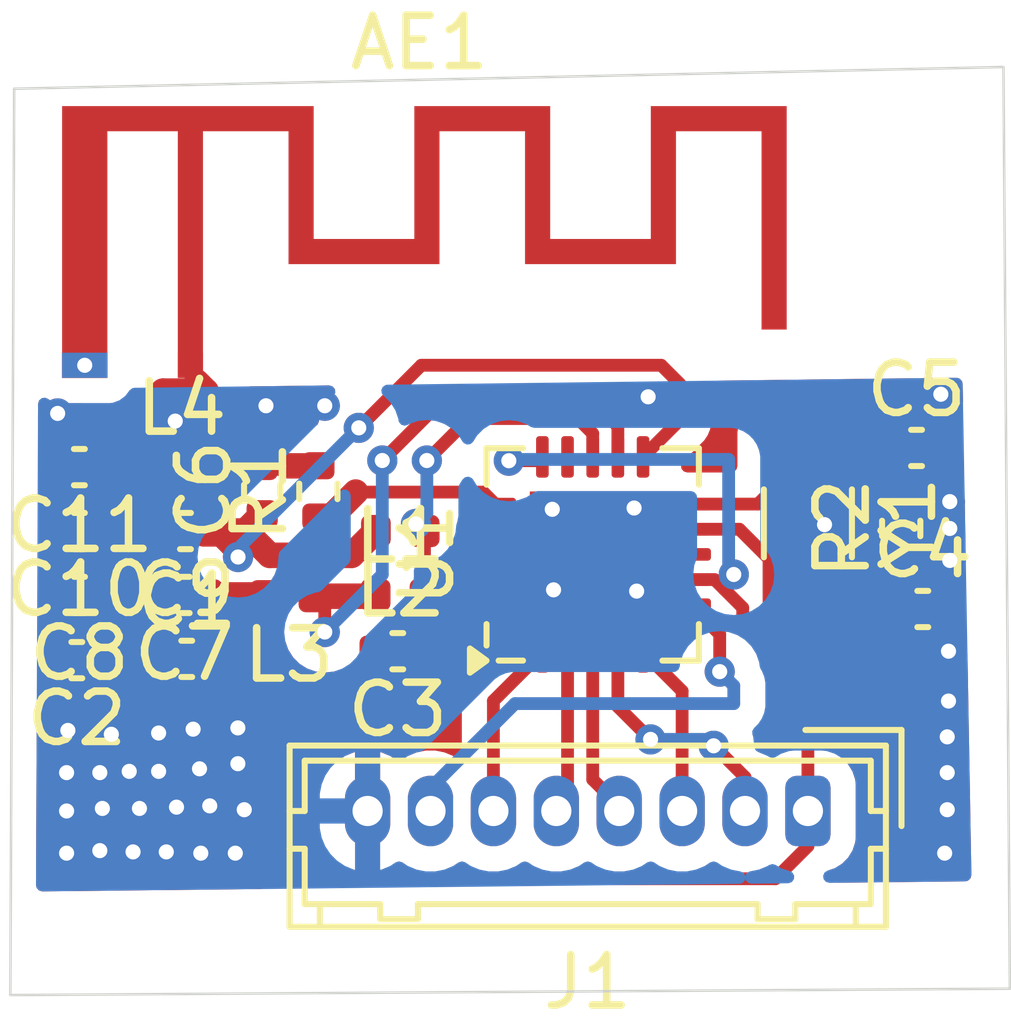
<source format=kicad_pcb>
(kicad_pcb (version 20240108) (generator "pcbnew") (generator_version "8.0")
  (layers (0 "F.Cu" signal) (31 "B.Cu" signal) (34 "B.Paste" user) (35 "F.Paste" user) (36 "B.SilkS" user "B.Silkscreen") (37 "F.SilkS" user "F.Silkscreen") (38 "B.Mask" user) (39 "F.Mask" user) (44 "Edge.Cuts" user))
  (net 0 "")
  (net 1 "Net-(AE1-A)")
  (net 2 "VDD")
  (net 3 "GND")
  (net 4 "Net-(U1-DVDD)")
  (net 5 "Net-(U1-XC2)")
  (net 6 "Net-(U1-XC1)")
  (net 7 "VDD_PA")
  (net 8 "Net-(C10-Pad1)")
  (net 9 "Net-(C7-Pad1)")
  (net 10 "Net-(J1-Pin_4)")
  (net 11 "Net-(J1-Pin_6)")
  (net 12 "Net-(J1-Pin_3)")
  (net 13 "Net-(J1-Pin_2)")
  (net 14 "Net-(J1-Pin_5)")
  (net 15 "Net-(J1-Pin_7)")
  (net 16 "Net-(U1-ANT2)")
  (net 17 "Net-(U1-ANT1)")
  (net 18 "Net-(U1-IREF)")
  (footprint "Connector_Hirose:Hirose_DF13-08P-1.25DSA_1x08_P1.25mm_Vertical" (layer "F.Cu") (at 226.568 77.9526 180)
    (property "Reference" "J1" (at 4.38 -3.4 180) (layer "F.SilkS"))
    (property "Value" "Conn_01x08_Pin")
    (fp_line (start 10.3 1.3) (end 10.3 -2.3) (stroke (width 0.12)) (layer "F.SilkS"))
    (fp_line (start 10.3 -0.75) (end 10 -0.75) (stroke (width 0.12)) (layer "F.SilkS"))
    (fp_line (start 10.3 -2.3) (end -1.55 -2.3) (stroke (width 0.12)) (layer "F.SilkS"))
    (fp_line (start 10 1) (end 10 0) (stroke (width 0.12)) (layer "F.SilkS"))
    (fp_line (start 10 0) (end 10.3 0) (stroke (width 0.12)) (layer "F.SilkS"))
    (fp_line (start 10 -0.75) (end 10 -1.85) (stroke (width 0.12)) (layer "F.SilkS"))
    (fp_line (start 10 -1.85) (end 9.7 -1.85) (stroke (width 0.12)) (layer "F.SilkS"))
    (fp_line (start 9.7 -1.85) (end 9.7 -2.3) (stroke (width 0.12)) (layer "F.SilkS"))
    (fp_line (start 8.5 -1.85) (end 9.7 -1.85) (stroke (width 0.12)) (layer "F.SilkS"))
    (fp_line (start 8.5 -2.15) (end 8.5 -1.85) (stroke (width 0.12)) (layer "F.SilkS"))
    (fp_line (start 7.75 -1.85) (end 7.75 -2.15) (stroke (width 0.12)) (layer "F.SilkS"))
    (fp_line (start 7.75 -2.15) (end 8.5 -2.15) (stroke (width 0.12)) (layer "F.SilkS"))
    (fp_line (start 1 -1.85) (end 7.75 -1.85) (stroke (width 0.12)) (layer "F.SilkS"))
    (fp_line (start 1 -2.15) (end 1 -1.85) (stroke (width 0.12)) (layer "F.SilkS"))
    (fp_line (start 0.25 -1.85) (end 0.25 -2.15) (stroke (width 0.12)) (layer "F.SilkS"))
    (fp_line (start 0.25 -2.15) (end 1 -2.15) (stroke (width 0.12)) (layer "F.SilkS"))
    (fp_line (start -0.95 -1.85) (end 0.25 -1.85) (stroke (width 0.12)) (layer "F.SilkS"))
    (fp_line (start -0.95 -1.85) (end -0.95 -2.3) (stroke (width 0.12)) (layer "F.SilkS"))
    (fp_line (start -1.25 1) (end 10 1) (stroke (width 0.12)) (layer "F.SilkS"))
    (fp_line (start -1.25 0) (end -1.25 1) (stroke (width 0.12)) (layer "F.SilkS"))
    (fp_line (start -1.25 -0.75) (end -1.25 -1.85) (stroke (width 0.12)) (layer "F.SilkS"))
    (fp_line (start -1.25 -1.85) (end -0.95 -1.85) (stroke (width 0.12)) (layer "F.SilkS"))
    (fp_line (start -1.55 1.3) (end 10.3 1.3) (stroke (width 0.12)) (layer "F.SilkS"))
    (fp_line (start -1.55 0) (end -1.25 0) (stroke (width 0.12)) (layer "F.SilkS"))
    (fp_line (start -1.55 -0.75) (end -1.25 -0.75) (stroke (width 0.12)) (layer "F.SilkS"))
    (fp_line (start -1.55 -2.3) (end -1.55 1.3) (stroke (width 0.12)) (layer "F.SilkS"))
    (fp_line (start -1.86 1.61) (end 0.05 1.61) (stroke (width 0.12)) (layer "F.SilkS"))
    (fp_line (start -1.86 -0.3) (end -1.86 1.61) (stroke (width 0.12)) (layer "F.SilkS"))
    (pad "1" thru_hole roundrect (at 0 0 180) (size 0.9 1.4) (drill 0.6) (layers "*.Cu" "*.Mask") (net 2 "VDD"))
    (pad "2" thru_hole oval (at 1.25 0 180) (size 0.9 1.4) (drill 0.6) (layers "*.Cu" "*.Mask") (net 13 "Net-(J1-Pin_2)"))
    (pad "3" thru_hole oval (at 2.5 0 180) (size 0.9 1.4) (drill 0.6) (layers "*.Cu" "*.Mask") (net 12 "Net-(J1-Pin_3)"))
    (pad "4" thru_hole oval (at 3.75 0 180) (size 0.9 1.4) (drill 0.6) (layers "*.Cu" "*.Mask") (net 10 "Net-(J1-Pin_4)"))
    (pad "5" thru_hole oval (at 5 0 180) (size 0.9 1.4) (drill 0.6) (layers "*.Cu" "*.Mask") (net 14 "Net-(J1-Pin_5)"))
    (pad "6" thru_hole oval (at 6.25 0 180) (size 0.9 1.4) (drill 0.6) (layers "*.Cu" "*.Mask") (net 11 "Net-(J1-Pin_6)"))
    (pad "7" thru_hole oval (at 7.5 0 180) (size 0.9 1.4) (drill 0.6) (layers "*.Cu" "*.Mask") (net 15 "Net-(J1-Pin_7)"))
    (pad "8" thru_hole oval (at 8.75 0 180) (size 0.9 1.4) (drill 0.6) (layers "*.Cu" "*.Mask") (net 3 "GND"))
  )
  (footprint "Capacitor_SMD:C_0402_1005Metric" (layer "F.Cu") (at 212.09 71.12 180)
    (property "Reference" "C11" (at 0 -1.16 180) (layer "F.SilkS"))
    (property "Value" "Cx")
    (fp_line (start -0.107836 0.36) (end 0.107836 0.36) (stroke (width 0.12)) (layer "F.SilkS"))
    (fp_line (start -0.107836 -0.36) (end 0.107836 -0.36) (stroke (width 0.12)) (layer "F.SilkS"))
    (pad "1" smd roundrect (at -0.48 0 180) (size 0.56 0.62) (layers "F.Cu" "F.Paste" "F.Mask") (net 1 "Net-(AE1-A)"))
    (pad "2" smd roundrect (at 0.48 0 180) (size 0.56 0.62) (layers "F.Cu" "F.Paste" "F.Mask") (net 3 "GND"))
  )
  (footprint "Capacitor_SMD:C_0402_1005Metric" (layer "F.Cu") (at 218.4172 74.7776 180)
    (property "Reference" "C3" (at 0 -1.16 180) (layer "F.SilkS"))
    (property "Value" "33n")
    (fp_line (start -0.107836 0.36) (end 0.107836 0.36) (stroke (width 0.12)) (layer "F.SilkS"))
    (fp_line (start -0.107836 -0.36) (end 0.107836 -0.36) (stroke (width 0.12)) (layer "F.SilkS"))
    (pad "1" smd roundrect (at -0.48 0 180) (size 0.56 0.62) (layers "F.Cu" "F.Paste" "F.Mask") (net 4 "Net-(U1-DVDD)"))
    (pad "2" smd roundrect (at 0.48 0 180) (size 0.56 0.62) (layers "F.Cu" "F.Paste" "F.Mask") (net 3 "GND"))
  )
  (footprint "Crystal:Crystal_SMD_3215-2Pin_3.2x1.5mm" (layer "F.Cu") (at 226.568 72.2376 -90)
    (property "Reference" "Y1" (at 0 -2 90) (layer "F.SilkS"))
    (property "Value" "16MHz")
    (fp_line (start -0.675 0.875) (end 0.675 0.875) (stroke (width 0.12)) (layer "F.SilkS"))
    (fp_line (start -0.675 -0.875) (end 0.675 -0.875) (stroke (width 0.12)) (layer "F.SilkS"))
    (pad "1" smd rect (at 1.25 0 270) (size 1 1.8) (layers "F.Cu" "F.Paste" "F.Mask") (net 5 "Net-(U1-XC2)"))
    (pad "2" smd rect (at -1.25 0 270) (size 1 1.8) (layers "F.Cu" "F.Paste" "F.Mask") (net 6 "Net-(U1-XC1)"))
  )
  (footprint "Package_DFN_QFN:QFN-20-1EP_4x4mm_P0.5mm_EP2.5x2.5mm" (layer "F.Cu") (at 222.2914 72.8543 90)
    (property "Reference" "U1" (at 0 -3.3 270) (layer "F.SilkS"))
    (property "Value" "NRF24L01")
    (fp_line (start 2.11 -2.11) (end 2.11 -1.385) (stroke (width 0.12)) (layer "F.SilkS"))
    (fp_line (start 1.385 -2.11) (end 2.11 -2.11) (stroke (width 0.12)) (layer "F.SilkS"))
    (fp_line (start -1.385 -2.11) (end -1.81 -2.11) (stroke (width 0.12)) (layer "F.SilkS"))
    (fp_line (start -2.11 -1.385) (end -2.11 -1.87) (stroke (width 0.12)) (layer "F.SilkS"))
    (fp_line (start 2.11 2.11) (end 2.11 1.385) (stroke (width 0.12)) (layer "F.SilkS"))
    (fp_line (start 1.385 2.11) (end 2.11 2.11) (stroke (width 0.12)) (layer "F.SilkS"))
    (fp_line (start -1.385 2.11) (end -2.11 2.11) (stroke (width 0.12)) (layer "F.SilkS"))
    (fp_line (start -2.11 2.11) (end -2.11 1.385) (stroke (width 0.12)) (layer "F.SilkS"))
    (fp_poly (pts (xy -2.11 -2.11) (xy -2.35 -2.44) (xy -1.87 -2.44) (xy -2.11 -2.11)) (stroke (width 0.12)) (fill solid) (layer "F.SilkS"))
    (pad "1" smd roundrect (at -1.9375 -1 90) (size 0.825 0.25) (layers "F.Cu" "F.Paste" "F.Mask") (net 11 "Net-(J1-Pin_6)"))
    (pad "2" smd roundrect (at -1.9375 -0.5 90) (size 0.825 0.25) (layers "F.Cu" "F.Paste" "F.Mask") (net 14 "Net-(J1-Pin_5)"))
    (pad "3" smd roundrect (at -1.9375 0 90) (size 0.825 0.25) (layers "F.Cu" "F.Paste" "F.Mask") (net 10 "Net-(J1-Pin_4)"))
    (pad "4" smd roundrect (at -1.9375 0.5 90) (size 0.825 0.25) (layers "F.Cu" "F.Paste" "F.Mask") (net 13 "Net-(J1-Pin_2)"))
    (pad "5" smd roundrect (at -1.9375 1 90) (size 0.825 0.25) (layers "F.Cu" "F.Paste" "F.Mask") (net 12 "Net-(J1-Pin_3)"))
    (pad "6" smd roundrect (at -1 1.9375 90) (size 0.25 0.825) (layers "F.Cu" "F.Paste" "F.Mask") (net 15 "Net-(J1-Pin_7)"))
    (pad "7" smd roundrect (at -0.5 1.9375 90) (size 0.25 0.825) (layers "F.Cu" "F.Paste" "F.Mask") (net 2 "VDD"))
    (pad "8" smd roundrect (at 0 1.9375 90) (size 0.25 0.825) (layers "F.Cu" "F.Paste" "F.Mask") (net 3 "GND"))
    (pad "9" smd roundrect (at 0.5 1.9375 90) (size 0.25 0.825) (layers "F.Cu" "F.Paste" "F.Mask") (net 5 "Net-(U1-XC2)"))
    (pad "10" smd roundrect (at 1 1.9375 90) (size 0.25 0.825) (layers "F.Cu" "F.Paste" "F.Mask") (net 6 "Net-(U1-XC1)"))
    (pad "11" smd roundrect (at 1.9375 1 90) (size 0.825 0.25) (layers "F.Cu" "F.Paste" "F.Mask") (net 7 "VDD_PA"))
    (pad "12" smd roundrect (at 1.9375 0.5 90) (size 0.825 0.25) (layers "F.Cu" "F.Paste" "F.Mask") (net 17 "Net-(U1-ANT1)"))
    (pad "13" smd roundrect (at 1.9375 0 90) (size 0.825 0.25) (layers "F.Cu" "F.Paste" "F.Mask") (net 16 "Net-(U1-ANT2)"))
    (pad "14" smd roundrect (at 1.9375 -0.5 90) (size 0.825 0.25) (layers "F.Cu" "F.Paste" "F.Mask") (net 3 "GND"))
    (pad "15" smd roundrect (at 1.9375 -1 90) (size 0.825 0.25) (layers "F.Cu" "F.Paste" "F.Mask") (net 2 "VDD"))
    (pad "16" smd roundrect (at 1 -1.9375 90) (size 0.25 0.825) (layers "F.Cu" "F.Paste" "F.Mask") (net 18 "Net-(U1-IREF)"))
    (pad "17" smd roundrect (at 0.5 -1.9375 90) (size 0.25 0.825) (layers "F.Cu" "F.Paste" "F.Mask") (net 3 "GND"))
    (pad "18" smd roundrect (at 0 -1.9375 90) (size 0.25 0.825) (layers "F.Cu" "F.Paste" "F.Mask") (net 2 "VDD"))
    (pad "19" smd roundrect (at -0.5 -1.9375 90) (size 0.25 0.825) (layers "F.Cu" "F.Paste" "F.Mask") (net 4 "Net-(U1-DVDD)"))
    (pad "20" smd roundrect (at -1 -1.9375 90) (size 0.25 0.825) (layers "F.Cu" "F.Paste" "F.Mask") (net 3 "GND"))
    (pad "21" smd rect (at 0 0 90) (size 2.5 2.5) (property pad_prop_heatsink) (layers "F.Cu" "F.Mask"))
  )
  (footprint "Inductor_SMD:L_0402_1005Metric" (layer "F.Cu") (at 218.4678 72.39 180)
    (property "Reference" "L2" (at 0 -1.17 180) (layer "F.SilkS"))
    (property "Value" "2.7n")
    (pad "1" smd roundrect (at -0.485 0 180) (size 0.59 0.64) (layers "F.Cu" "F.Paste" "F.Mask") (net 16 "Net-(U1-ANT2)"))
    (pad "2" smd roundrect (at 0.485 0 180) (size 0.59 0.64) (layers "F.Cu" "F.Paste" "F.Mask") (net 7 "VDD_PA"))
  )
  (footprint "Resistor_SMD:R_0402_1005Metric" (layer "F.Cu") (at 228.4222 72.3392 90)
    (property "Reference" "R2" (at 0 -1.17 270) (layer "F.SilkS"))
    (property "Value" "10M")
    (fp_line (start -0.153641 -0.38) (end 0.153641 -0.38) (stroke (width 0.12)) (layer "F.SilkS"))
    (fp_line (start -0.153641 0.38) (end 0.153641 0.38) (stroke (width 0.12)) (layer "F.SilkS"))
    (pad "1" smd roundrect (at -0.51 0 90) (size 0.54 0.64) (layers "F.Cu" "F.Paste" "F.Mask") (net 5 "Net-(U1-XC2)"))
    (pad "2" smd roundrect (at 0.51 0 90) (size 0.54 0.64) (layers "F.Cu" "F.Paste" "F.Mask") (net 6 "Net-(U1-XC1)"))
  )
  (footprint "Capacitor_SMD:C_0402_1005Metric" (layer "F.Cu") (at 214.2236 74.93)
    (property "Reference" "C1" (at 0 -1.16 360) (layer "F.SilkS"))
    (property "Value" "10n")
    (fp_line (start -0.107836 -0.36) (end 0.107836 -0.36) (stroke (width 0.12)) (layer "F.SilkS"))
    (fp_line (start -0.107836 0.36) (end 0.107836 0.36) (stroke (width 0.12)) (layer "F.SilkS"))
    (pad "1" smd roundrect (at -0.48 0) (size 0.56 0.62) (layers "F.Cu" "F.Paste" "F.Mask") (net 2 "VDD"))
    (pad "2" smd roundrect (at 0.48 0) (size 0.56 0.62) (layers "F.Cu" "F.Paste" "F.Mask") (net 3 "GND"))
  )
  (footprint "Inductor_SMD:L_0402_1005Metric" (layer "F.Cu") (at 216.2556 73.6854 180)
    (property "Reference" "L3" (at 0 -1.17 180) (layer "F.SilkS"))
    (property "Value" "3.9n")
    (pad "1" smd roundrect (at -0.485 0 180) (size 0.59 0.64) (layers "F.Cu" "F.Paste" "F.Mask") (net 17 "Net-(U1-ANT1)"))
    (pad "2" smd roundrect (at 0.485 0 180) (size 0.59 0.64) (layers "F.Cu" "F.Paste" "F.Mask") (net 9 "Net-(C7-Pad1)"))
  )
  (footprint "Capacitor_SMD:C_0402_1005Metric" (layer "F.Cu") (at 228.8514 73.9394)
    (property "Reference" "C4" (at 0 -1.16 0) (layer "F.SilkS"))
    (property "Value" "22p")
    (fp_line (start -0.107836 -0.36) (end 0.107836 -0.36) (stroke (width 0.12)) (layer "F.SilkS"))
    (fp_line (start -0.107836 0.36) (end 0.107836 0.36) (stroke (width 0.12)) (layer "F.SilkS"))
    (pad "1" smd roundrect (at -0.48 0) (size 0.56 0.62) (layers "F.Cu" "F.Paste" "F.Mask") (net 5 "Net-(U1-XC2)"))
    (pad "2" smd roundrect (at 0.48 0) (size 0.56 0.62) (layers "F.Cu" "F.Paste" "F.Mask") (net 3 "GND"))
  )
  (footprint "Capacitor_SMD:C_0402_1005Metric" (layer "F.Cu") (at 212.0926 73.66 180)
    (property "Reference" "C8" (at 0 -1.16 180) (layer "F.SilkS"))
    (property "Value" "1p")
    (fp_line (start -0.107836 0.36) (end 0.107836 0.36) (stroke (width 0.12)) (layer "F.SilkS"))
    (fp_line (start -0.107836 -0.36) (end 0.107836 -0.36) (stroke (width 0.12)) (layer "F.SilkS"))
    (pad "1" smd roundrect (at -0.48 0 180) (size 0.56 0.62) (layers "F.Cu" "F.Paste" "F.Mask") (net 8 "Net-(C10-Pad1)"))
    (pad "2" smd roundrect (at 0.48 0 180) (size 0.56 0.62) (layers "F.Cu" "F.Paste" "F.Mask") (net 3 "GND"))
  )
  (footprint "Inductor_SMD:L_0402_1005Metric" (layer "F.Cu") (at 218.463 73.66)
    (property "Reference" "L1" (at 0 -1.17 0) (layer "F.SilkS"))
    (property "Value" "8.2n")
    (pad "1" smd roundrect (at -0.485 0) (size 0.59 0.64) (layers "F.Cu" "F.Paste" "F.Mask") (net 17 "Net-(U1-ANT1)"))
    (pad "2" smd roundrect (at 0.485 0) (size 0.59 0.64) (layers "F.Cu" "F.Paste" "F.Mask") (net 16 "Net-(U1-ANT2)"))
  )
  (footprint "Capacitor_SMD:C_0402_1005Metric" (layer "F.Cu") (at 214.1982 72.39 180)
    (property "Reference" "C9" (at 0 -1.16 180) (layer "F.SilkS"))
    (property "Value" "C_Small")
    (fp_line (start -0.107836 0.36) (end 0.107836 0.36) (stroke (width 0.12)) (layer "F.SilkS"))
    (fp_line (start -0.107836 -0.36) (end 0.107836 -0.36) (stroke (width 0.12)) (layer "F.SilkS"))
    (pad "1" smd roundrect (at -0.48 0 180) (size 0.56 0.62) (layers "F.Cu" "F.Paste" "F.Mask") (net 7 "VDD_PA"))
    (pad "2" smd roundrect (at 0.48 0 180) (size 0.56 0.62) (layers "F.Cu" "F.Paste" "F.Mask") (net 3 "GND"))
  )
  (footprint "Capacitor_SMD:C_0402_1005Metric" (layer "F.Cu") (at 212.09 72.39 180)
    (property "Reference" "C10" (at 0 -1.16 180) (layer "F.SilkS"))
    (property "Value" "Cx")
    (fp_line (start -0.107836 0.36) (end 0.107836 0.36) (stroke (width 0.12)) (layer "F.SilkS"))
    (fp_line (start -0.107836 -0.36) (end 0.107836 -0.36) (stroke (width 0.12)) (layer "F.SilkS"))
    (pad "1" smd roundrect (at -0.48 0 180) (size 0.56 0.62) (layers "F.Cu" "F.Paste" "F.Mask") (net 8 "Net-(C10-Pad1)"))
    (pad "2" smd roundrect (at 0.48 0 180) (size 0.56 0.62) (layers "F.Cu" "F.Paste" "F.Mask") (net 3 "GND"))
  )
  (footprint "Capacitor_SMD:C_0402_1005Metric" (layer "F.Cu") (at 228.727 70.739)
    (property "Reference" "C5" (at 0 -1.16 0) (layer "F.SilkS"))
    (property "Value" "22p")
    (fp_line (start -0.107836 -0.36) (end 0.107836 -0.36) (stroke (width 0.12)) (layer "F.SilkS"))
    (fp_line (start -0.107836 0.36) (end 0.107836 0.36) (stroke (width 0.12)) (layer "F.SilkS"))
    (pad "1" smd roundrect (at -0.48 0) (size 0.56 0.62) (layers "F.Cu" "F.Paste" "F.Mask") (net 6 "Net-(U1-XC1)"))
    (pad "2" smd roundrect (at 0.48 0) (size 0.56 0.62) (layers "F.Cu" "F.Paste" "F.Mask") (net 3 "GND"))
  )
  (footprint "Capacitor_SMD:C_0402_1005Metric" (layer "F.Cu") (at 214.1728 73.66 180)
    (property "Reference" "C7" (at 0 -1.16 180) (layer "F.SilkS"))
    (property "Value" "1.5p")
    (fp_line (start -0.107836 0.36) (end 0.107836 0.36) (stroke (width 0.12)) (layer "F.SilkS"))
    (fp_line (start -0.107836 -0.36) (end 0.107836 -0.36) (stroke (width 0.12)) (layer "F.SilkS"))
    (pad "1" smd roundrect (at -0.48 0 180) (size 0.56 0.62) (layers "F.Cu" "F.Paste" "F.Mask") (net 9 "Net-(C7-Pad1)"))
    (pad "2" smd roundrect (at 0.48 0 180) (size 0.56 0.62) (layers "F.Cu" "F.Paste" "F.Mask") (net 8 "Net-(C10-Pad1)"))
  )
  (footprint "RF_Antenna:Texas_SWRA117D_2.4GHz_Right" (layer "F.Cu") (at 214.2964 69.0968)
    (property "Reference" "AE1" (at 4.55 -6.41 0) (layer "F.SilkS"))
    (property "Value" "Antenna")
    (fp_poly (pts (xy 2.45 -2.51) (xy 4.45 -2.51) (xy 4.45 -5.15) (xy 7.15 -5.15) (xy 7.15 -2.51) (xy 9.15 -2.51) (xy 9.15 -5.15) (xy 11.85 -5.15) (xy 11.85 -0.71) (xy 11.35 -0.71) (xy 11.35 -4.65) (xy 9.65 -4.65) (xy 9.65 -2.01) (xy 6.65 -2.01) (xy 6.65 -4.65) (xy 4.95 -4.65) (xy 4.95 -2.01) (xy 1.95 -2.01) (xy 1.95 -4.65) (xy 0.25 -4.65) (xy 0.25 0.25) (xy -0.25 0.25) (xy -0.25 -4.65) (xy -1.65 -4.65) (xy -1.65 0.25) (xy -2.55 0.25) (xy -2.55 0.006785) (xy -2.247583 0.006785) (xy -2.237742 0.054395) (xy -2.213674 0.096797) (xy -2.175731 0.129581) (xy -2.167819 0.133935) (xy -2.125156 0.146043) (xy -2.076637 0.1453) (xy -2.031122 0.1324) (xy -2.012511 0.121787) (xy -1.978868 0.086553) (xy -1.958309 0.041368) (xy -1.951778 -0.008158) (xy -1.960218 -0.056417) (xy -1.977112 -0.088643) (xy -2.012372 -0.121313) (xy -2.057682 -0.141408) (xy -2.107267 -0.147982) (xy -2.155353 -0.140092) (xy -2.188245 -0.123186) (xy -2.223185 -0.086416) (xy -2.242847 -0.041622) (xy -2.247583 0.006785) (xy -2.55 0.006785) (xy -2.55 -5.15) (xy 2.45 -5.15) (xy 2.45 -2.51)) (fill solid) (layer "F.Cu"))
    (pad "1" connect rect (at 0 0) (size 0.5 0.5) (layers "F.Cu") (net 1 "Net-(AE1-A)"))
    (pad "2" thru_hole rect (at -2.1 0) (size 0.9 0.5) (drill 0.3) (layers "*.Cu"))
  )
  (footprint "Resistor_SMD:R_0402_1005Metric" (layer "F.Cu") (at 216.8398 71.6026 90)
    (property "Reference" "R1" (at 0 -1.17 270) (layer "F.SilkS"))
    (property "Value" "22k")
    (fp_line (start -0.153641 -0.38) (end 0.153641 -0.38) (stroke (width 0.12)) (layer "F.SilkS"))
    (fp_line (start -0.153641 0.38) (end 0.153641 0.38) (stroke (width 0.12)) (layer "F.SilkS"))
    (pad "1" smd roundrect (at -0.51 0 90) (size 0.54 0.64) (layers "F.Cu" "F.Paste" "F.Mask") (net 18 "Net-(U1-IREF)"))
    (pad "2" smd roundrect (at 0.51 0 90) (size 0.54 0.64) (layers "F.Cu" "F.Paste" "F.Mask") (net 3 "GND"))
  )
  (footprint "Inductor_SMD:L_0402_1005Metric" (layer "F.Cu") (at 214.122 71.12)
    (property "Reference" "L4" (at 0 -1.17 0) (layer "F.SilkS"))
    (property "Value" "Lx")
    (pad "1" smd roundrect (at -0.485 0) (size 0.59 0.64) (layers "F.Cu" "F.Paste" "F.Mask") (net 8 "Net-(C10-Pad1)"))
    (pad "2" smd roundrect (at 0.485 0) (size 0.59 0.64) (layers "F.Cu" "F.Paste" "F.Mask") (net 1 "Net-(AE1-A)"))
  )
  (footprint "Capacitor_SMD:C_0402_1005Metric" (layer "F.Cu") (at 215.7222 71.5772 90)
    (property "Reference" "C6" (at 0 -1.16 270) (layer "F.SilkS"))
    (property "Value" "C_Small")
    (fp_line (start -0.107836 -0.36) (end 0.107836 -0.36) (stroke (width 0.12)) (layer "F.SilkS"))
    (fp_line (start -0.107836 0.36) (end 0.107836 0.36) (stroke (width 0.12)) (layer "F.SilkS"))
    (pad "1" smd roundrect (at -0.48 0 90) (size 0.56 0.62) (layers "F.Cu" "F.Paste" "F.Mask") (net 7 "VDD_PA"))
    (pad "2" smd roundrect (at 0.48 0 90) (size 0.56 0.62) (layers "F.Cu" "F.Paste" "F.Mask") (net 3 "GND"))
  )
  (footprint "Capacitor_SMD:C_0402_1005Metric" (layer "F.Cu") (at 212.0392 74.9554 180)
    (property "Reference" "C2" (at 0 -1.16 180) (layer "F.SilkS"))
    (property "Value" "1n")
    (fp_line (start -0.107836 0.36) (end 0.107836 0.36) (stroke (width 0.12)) (layer "F.SilkS"))
    (fp_line (start -0.107836 -0.36) (end 0.107836 -0.36) (stroke (width 0.12)) (layer "F.SilkS"))
    (pad "1" smd roundrect (at -0.48 0 180) (size 0.56 0.62) (layers "F.Cu" "F.Paste" "F.Mask") (net 2 "VDD"))
    (pad "2" smd roundrect (at 0.48 0 180) (size 0.56 0.62) (layers "F.Cu" "F.Paste" "F.Mask") (net 3 "GND"))
  )
  (gr_line (start 230.4542 63.1698) (end 210.7946 63.6016) (stroke (width 0.05)) (layer "Edge.Cuts"))
  (gr_line (start 230.5812 81.4832) (end 230.4542 63.1698) (stroke (width 0.05)) (layer "Edge.Cuts"))
  (gr_line (start 210.7946 63.6016) (end 210.7184 81.6102) (stroke (width 0.05)) (layer "Edge.Cuts"))
  (gr_line (start 210.7184 81.6102) (end 230.5812 81.4832) (stroke (width 0.05)) (layer "Edge.Cuts"))
  (segment (start 214.607 71.12) (end 214.607 69.6106) (width 0.508) (layer "F.Cu") (net 1))
  (segment (start 213.7518 69.6106) (end 214.607 69.6106) (width 0.508) (layer "F.Cu") (net 1))
  (segment (start 214.607 69.6106) (end 214.4234 69.427) (width 0.508) (layer "F.Cu") (net 1))
  (segment (start 212.57 70.7924) (end 213.7518 69.6106) (width 0.508) (layer "F.Cu") (net 1))
  (segment (start 212.57 71.12) (end 212.57 70.7924) (width 0.508) (layer "F.Cu") (net 1))
  (segment (start 214.607 71.12) (end 214.63 71.12) (width 0.508) (layer "F.Cu") (net 1))
  (segment (start 221.2152 70.993) (end 221.2914 70.9168) (width 0.254) (layer "F.Cu") (net 2))
  (segment (start 225.2726 74.2462) (end 226.568 75.5416) (width 0.254) (layer "F.Cu") (net 2))
  (segment (start 220.6244 70.993) (end 221.2152 70.993) (width 0.254) (layer "F.Cu") (net 2))
  (segment (start 226.568 78.6526) (end 226.568 77.9526) (width 0.254) (layer "F.Cu") (net 2))
  (segment (start 225.0948 73.3552) (end 225.0948 73.2536) (width 0.254) (layer "F.Cu") (net 2))
  (segment (start 224.7129 73.3543) (end 224.9043 73.5457) (width 0.254) (layer "F.Cu") (net 2))
  (segment (start 212.5192 74.9554) (end 213.7182 74.9554) (width 0.254) (layer "F.Cu") (net 2))
  (segment (start 216.4334 79.2988) (end 225.9218 79.2988) (width 0.254) (layer "F.Cu") (net 2))
  (segment (start 226.568 75.5416) (end 226.568 77.9526) (width 0.254) (layer "F.Cu") (net 2))
  (segment (start 216.4334 76.608688) (end 216.4334 79.2988) (width 0.254) (layer "F.Cu") (net 2))
  (segment (start 224.2289 73.3543) (end 224.7129 73.3543) (width 0.254) (layer "F.Cu") (net 2))
  (segment (start 224.9043 73.5457) (end 225.0948 73.3552) (width 0.254) (layer "F.Cu") (net 2))
  (segment (start 225.2726 73.914) (end 225.2726 74.2462) (width 0.254) (layer "F.Cu") (net 2))
  (segment (start 214.178201 75.6746) (end 215.499312 75.6746) (width 0.254) (layer "F.Cu") (net 2))
  (segment (start 213.7436 75.239999) (end 214.178201 75.6746) (width 0.254) (layer "F.Cu") (net 2))
  (segment (start 213.7436 74.93) (end 213.7436 75.239999) (width 0.254) (layer "F.Cu") (net 2))
  (segment (start 225.9218 79.2988) (end 226.568 78.6526) (width 0.254) (layer "F.Cu") (net 2))
  (segment (start 213.7182 74.9554) (end 213.7436 74.93) (width 0.254) (layer "F.Cu") (net 2))
  (segment (start 215.499312 75.6746) (end 216.4334 76.608688) (width 0.254) (layer "F.Cu") (net 2))
  (segment (start 224.9043 73.5457) (end 225.2726 73.914) (width 0.254) (layer "F.Cu") (net 2))
  (via (at 220.6244 70.993) (size 0.6) (drill 0.3) (layers "F.Cu" "B.Cu") (net 2))
  (via (at 225.0948 73.2536) (size 0.6) (drill 0.3) (layers "F.Cu" "B.Cu") (net 2))
  (segment (start 224.9932 73.078088) (end 224.9932 70.9676) (width 0.254) (layer "B.Cu") (net 2))
  (segment (start 225.0948 73.179688) (end 224.9932 73.078088) (width 0.254) (layer "B.Cu") (net 2))
  (segment (start 220.6498 70.9676) (end 220.6244 70.993) (width 0.254) (layer "B.Cu") (net 2))
  (segment (start 224.9932 70.9676) (end 220.6498 70.9676) (width 0.254) (layer "B.Cu") (net 2))
  (segment (start 225.0948 73.2536) (end 225.0948 73.179688) (width 0.254) (layer "B.Cu") (net 2))
  (via (at 214.3506 76.327) (size 0.6) (drill 0.3) (layers "F.Cu" "B.Cu") (net 3))
  (via (at 215.2396 76.3016) (size 0.6) (drill 0.3) (layers "F.Cu" "B.Cu") (net 3))
  (via (at 213.995 70.2056) (size 0.6) (drill 0.3) (layers "F.Cu" "B.Cu") (net 3))
  (via (at 229.3874 72.3392) (size 0.6) (drill 0.3) (layers "F.Cu" "B.Cu") (net 3))
  (via (at 229.2858 78.7908) (size 0.6) (drill 0.3) (layers "F.Cu" "B.Cu") (net 3))
  (via (at 213.6648 77.1652) (size 0.6) (drill 0.3) (layers "F.Cu" "B.Cu") (net 3))
  (via (at 215.1888 78.7908) (size 0.6) (drill 0.3) (layers "F.Cu" "B.Cu") (net 3))
  (via (at 229.362 74.7776) (size 0.6) (drill 0.3) (layers "F.Cu" "B.Cu") (net 3))
  (via (at 211.836 78.7908) (size 0.6) (drill 0.3) (layers "F.Cu" "B.Cu") (net 3))
  (via (at 229.3366 76.4794) (size 0.6) (drill 0.3) (layers "F.Cu" "B.Cu") (net 3))
  (via (at 223.1136 71.9328) (size 0.6) (drill 0.3) (layers "F.Cu" "B.Cu") (net 3))
  (via (at 221.5134 73.5584) (size 0.6) (drill 0.3) (layers "F.Cu" "B.Cu") (net 3))
  (via (at 229.2096 69.6722) (size 0.6) (drill 0.3) (layers "F.Cu" "B.Cu") (net 3))
  (via (at 214.503 78.7908) (size 0.6) (drill 0.3) (layers "F.Cu" "B.Cu") (net 3))
  (via (at 216.9668 69.9008) (size 0.6) (drill 0.3) (layers "F.Cu" "B.Cu") (net 3))
  (via (at 215.2396 77.0128) (size 0.6) (drill 0.3) (layers "F.Cu" "B.Cu") (net 3))
  (via (at 221.488 71.9582) (size 0.6) (drill 0.3) (layers "F.Cu" "B.Cu") (net 3))
  (via (at 211.8614 76.3524) (size 0.6) (drill 0.3) (layers "F.Cu" "B.Cu") (net 3))
  (via (at 211.836 77.9526) (size 0.6) (drill 0.3) (layers "F.Cu" "B.Cu") (net 3))
  (via (at 229.3874 71.8058) (size 0.6) (drill 0.3) (layers "F.Cu" "B.Cu") (net 3))
  (via (at 215.3666 77.9272) (size 0.6) (drill 0.3) (layers "F.Cu" "B.Cu") (net 3))
  (via (at 212.4964 77.1906) (size 0.6) (drill 0.3) (layers "F.Cu" "B.Cu") (net 3))
  (via (at 226.8982 72.263) (size 0.6) (drill 0.3) (layers "F.Cu" "B.Cu") (net 3))
  (via (at 229.362 75.7682) (size 0.6) (drill 0.3) (layers "F.Cu" "B.Cu") (net 3))
  (via (at 212.725 76.4286) (size 0.6) (drill 0.3) (layers "F.Cu" "B.Cu") (net 3))
  (via (at 214.0204 77.8764) (size 0.6) (drill 0.3) (layers "F.Cu" "B.Cu") (net 3))
  (via (at 214.6808 77.851) (size 0.6) (drill 0.3) (layers "F.Cu" "B.Cu") (net 3))
  (via (at 214.4776 77.1144) (size 0.6) (drill 0.3) (layers "F.Cu" "B.Cu") (net 3))
  (via (at 213.0806 77.1652) (size 0.6) (drill 0.3) (layers "F.Cu" "B.Cu") (net 3))
  (via (at 223.393 69.723) (size 0.6) (drill 0.3) (layers "F.Cu" "B.Cu") (net 3))
  (via (at 229.3366 77.9272) (size 0.6) (drill 0.3) (layers "F.Cu" "B.Cu") (net 3))
  (via (at 213.1568 78.7654) (size 0.6) (drill 0.3) (layers "F.Cu" "B.Cu") (net 3))
  (via (at 211.6582 70.0532) (size 0.6) (drill 0.3) (layers "F.Cu" "B.Cu") (net 3))
  (via (at 213.2838 77.9018) (size 0.6) (drill 0.3) (layers "F.Cu" "B.Cu") (net 3))
  (via (at 229.3874 72.9742) (size 0.6) (drill 0.3) (layers "F.Cu" "B.Cu") (net 3))
  (via (at 212.4964 78.74) (size 0.6) (drill 0.3) (layers "F.Cu" "B.Cu") (net 3))
  (via (at 223.1644 73.5838) (size 0.6) (drill 0.3) (layers "F.Cu" "B.Cu") (net 3))
  (via (at 211.836 77.1906) (size 0.6) (drill 0.3) (layers "F.Cu" "B.Cu") (net 3))
  (via (at 229.3366 77.1906) (size 0.6) (drill 0.3) (layers "F.Cu" "B.Cu") (net 3))
  (via (at 215.7984 69.9008) (size 0.6) (drill 0.3) (layers "F.Cu" "B.Cu") (net 3))
  (via (at 213.6648 76.4032) (size 0.6) (drill 0.3) (layers "F.Cu" "B.Cu") (net 3))
  (via (at 213.8172 78.7654) (size 0.6) (drill 0.3) (layers "F.Cu" "B.Cu") (net 3))
  (via (at 212.5472 77.9018) (size 0.6) (drill 0.3) (layers "F.Cu" "B.Cu") (net 3))
  (segment (start 219.57 73.673132) (end 219.888832 73.3543) (width 0.254) (layer "F.Cu") (net 4))
  (segment (start 219.888832 73.3543) (end 220.3539 73.3543) (width 0.254) (layer "F.Cu") (net 4))
  (segment (start 218.8972 74.7776) (end 219.57 74.1048) (width 0.254) (layer "F.Cu") (net 4))
  (segment (start 219.57 74.1048) (end 219.57 73.673132) (width 0.254) (layer "F.Cu") (net 4))
  (segment (start 225.2061 72.3543) (end 226.3902 73.5384) (width 0.254) (layer "F.Cu") (net 5))
  (segment (start 228.3714 73.9394) (end 228.3714 72.9) (width 0.508) (layer "F.Cu") (net 5))
  (segment (start 224.2289 72.3543) (end 225.2061 72.3543) (width 0.254) (layer "F.Cu") (net 5))
  (segment (start 227.9704 73.5384) (end 228.3714 73.9394) (width 0.508) (layer "F.Cu") (net 5))
  (segment (start 226.3902 73.5384) (end 227.9704 73.5384) (width 0.508) (layer "F.Cu") (net 5))
  (segment (start 228.3714 72.9) (end 228.4222 72.8492) (width 0.508) (layer "F.Cu") (net 5))
  (segment (start 228.247 70.739) (end 226.6896 70.739) (width 0.508) (layer "F.Cu") (net 6))
  (segment (start 228.4222 70.9142) (end 228.247 70.739) (width 0.508) (layer "F.Cu") (net 6))
  (segment (start 226.6896 70.739) (end 226.3902 71.0384) (width 0.508) (layer "F.Cu") (net 6))
  (segment (start 228.4222 71.8292) (end 228.4222 70.9142) (width 0.508) (layer "F.Cu") (net 6))
  (segment (start 224.2289 71.8543) (end 225.5743 71.8543) (width 0.254) (layer "F.Cu") (net 6))
  (segment (start 225.5743 71.8543) (end 226.3902 71.0384) (width 0.254) (layer "F.Cu") (net 6))
  (segment (start 223.652712 69.096) (end 218.886163 69.096) (width 0.254) (layer "F.Cu") (net 7))
  (segment (start 217.9828 72.39) (end 217.5002 72.8726) (width 0.508) (layer "F.Cu") (net 7))
  (segment (start 217.5002 72.8726) (end 215.872 72.8726) (width 0.508) (layer "F.Cu") (net 7))
  (segment (start 224.02 70.1882) (end 224.02 69.463288) (width 0.254) (layer "F.Cu") (net 7))
  (segment (start 215.872 72.8726) (end 215.3894 72.39) (width 0.508) (layer "F.Cu") (net 7))
  (segment (start 218.886163 69.096) (end 217.64249 70.339673) (width 0.254) (layer "F.Cu") (net 7))
  (segment (start 223.2914 70.9168) (end 224.02 70.1882) (width 0.254) (layer "F.Cu") (net 7))
  (segment (start 215.243061 72.906) (end 215.1942 72.906) (width 0.254) (layer "F.Cu") (net 7))
  (segment (start 224.02 69.463288) (end 223.652712 69.096) (width 0.254) (layer "F.Cu") (net 7))
  (segment (start 214.6782 72.39) (end 215.3894 72.39) (width 0.508) (layer "F.Cu") (net 7))
  (segment (start 215.1942 72.906) (end 214.6782 72.39) (width 0.254) (layer "F.Cu") (net 7))
  (segment (start 215.3894 72.39) (end 215.7222 72.0572) (width 0.508) (layer "F.Cu") (net 7))
  (via (at 215.243061 72.906) (size 0.6) (drill 0.3) (layers "F.Cu" "B.Cu") (net 7))
  (via (at 217.64249 70.339673) (size 0.6) (drill 0.3) (layers "F.Cu" "B.Cu") (net 7))
  (segment (start 215.243061 72.739102) (end 215.243061 72.906) (width 0.254) (layer "B.Cu") (net 7))
  (segment (start 217.64249 70.339673) (end 215.243061 72.739102) (width 0.254) (layer "B.Cu") (net 7))
  (segment (start 212.57 72.39) (end 212.57 72.334) (width 0.508) (layer "F.Cu") (net 8))
  (segment (start 212.5726 72.3926) (end 212.57 72.39) (width 0.508) (layer "F.Cu") (net 8))
  (segment (start 212.5726 73.66) (end 212.5726 72.3926) (width 0.508) (layer "F.Cu") (net 8))
  (segment (start 213.6928 73.66) (end 212.5726 73.66) (width 0.508) (layer "F.Cu") (net 8))
  (segment (start 212.57 72.384276) (end 212.57 72.39) (width 0.508) (layer "F.Cu") (net 8))
  (segment (start 213.637 71.317276) (end 212.57 72.384276) (width 0.508) (layer "F.Cu") (net 8))
  (segment (start 213.637 71.12) (end 213.637 71.317276) (width 0.508) (layer "F.Cu") (net 8))
  (segment (start 215.7452 73.66) (end 215.7706 73.6854) (width 0.508) (layer "F.Cu") (net 9))
  (segment (start 214.6528 73.66) (end 215.7452 73.66) (width 0.508) (layer "F.Cu") (net 9))
  (segment (start 222.2914 74.7918) (end 222.2914 77.327156) (width 0.254) (layer "F.Cu") (net 10))
  (segment (start 222.2914 77.327156) (end 222.818 77.853756) (width 0.254) (layer "F.Cu") (net 10))
  (segment (start 222.818 77.853756) (end 222.818 77.9526) (width 0.254) (layer "F.Cu") (net 10))
  (segment (start 220.318 77.9526) (end 220.318 75.7652) (width 0.254) (layer "F.Cu") (net 11))
  (segment (start 220.318 75.7652) (end 221.2914 74.7918) (width 0.254) (layer "F.Cu") (net 11))
  (segment (start 224.068 77.9526) (end 224.068 75.5684) (width 0.254) (layer "F.Cu") (net 12))
  (segment (start 224.068 75.5684) (end 223.2914 74.7918) (width 0.254) (layer "F.Cu") (net 12))
  (segment (start 222.7914 75.8806) (end 223.441 76.5302) (width 0.254) (layer "F.Cu") (net 13))
  (segment (start 222.7914 74.7918) (end 222.7914 75.8806) (width 0.254) (layer "F.Cu") (net 13))
  (segment (start 225.318 77.9526) (end 225.318 77.2802) (width 0.254) (layer "F.Cu") (net 13))
  (segment (start 225.318 77.2802) (end 224.695 76.6572) (width 0.254) (layer "F.Cu") (net 13))
  (via (at 224.695 76.6572) (size 0.6) (drill 0.3) (layers "F.Cu" "B.Cu") (net 13))
  (via (at 223.441 76.5302) (size 0.6) (drill 0.3) (layers "F.Cu" "B.Cu") (net 13))
  (segment (start 224.568 76.5302) (end 224.695 76.6572) (width 0.254) (layer "B.Cu") (net 13))
  (segment (start 223.441 76.5302) (end 224.568 76.5302) (width 0.254) (layer "B.Cu") (net 13))
  (segment (start 221.7914 74.7918) (end 221.7914 77.7292) (width 0.254) (layer "F.Cu") (net 14))
  (segment (start 221.7914 77.7292) (end 221.568 77.9526) (width 0.254) (layer "F.Cu") (net 14))
  (segment (start 224.8154 75.184) (end 224.8154 74.4408) (width 0.254) (layer "F.Cu") (net 15))
  (segment (start 224.8154 74.4408) (end 224.2289 73.8543) (width 0.254) (layer "F.Cu") (net 15))
  (via (at 224.8154 75.184) (size 0.6) (drill 0.3) (layers "F.Cu" "B.Cu") (net 15))
  (segment (start 219.068 77.9526) (end 219.068 77.4986) (width 0.254) (layer "B.Cu") (net 15))
  (segment (start 225.0948 75.4634) (end 224.8154 75.184) (width 0.254) (layer "B.Cu") (net 15))
  (segment (start 220.7476 75.819) (end 225.0948 75.819) (width 0.254) (layer "B.Cu") (net 15))
  (segment (start 225.0948 75.819) (end 225.0948 75.4634) (width 0.254) (layer "B.Cu") (net 15))
  (segment (start 219.068 77.4986) (end 220.7476 75.819) (width 0.254) (layer "B.Cu") (net 15))
  (segment (start 221.994468 70.1548) (end 222.2914 70.451732) (width 0.254) (layer "F.Cu") (net 16))
  (segment (start 218.777799 72.248695) (end 218.948 72.418896) (width 0.254) (layer "F.Cu") (net 16))
  (segment (start 218.948 72.418896) (end 218.948 73.66) (width 0.254) (layer "F.Cu") (net 16))
  (segment (start 219.829358 70.1548) (end 221.994468 70.1548) (width 0.254) (layer "F.Cu") (net 16))
  (segment (start 218.995158 70.989) (end 219.829358 70.1548) (width 0.254) (layer "F.Cu") (net 16))
  (segment (start 222.2914 70.451732) (end 222.2914 70.9168) (width 0.254) (layer "F.Cu") (net 16))
  (via (at 218.995158 70.989) (size 0.6) (drill 0.3) (layers "F.Cu" "B.Cu") (net 16))
  (via (at 218.777799 72.248695) (size 0.6) (drill 0.3) (layers "F.Cu" "B.Cu") (net 16))
  (segment (start 218.995158 70.989) (end 218.995158 72.031336) (width 0.254) (layer "B.Cu") (net 16))
  (segment (start 218.995158 72.031336) (end 218.777799 72.248695) (width 0.254) (layer "B.Cu") (net 16))
  (segment (start 219.398 69.7008) (end 218.1098 70.989) (width 0.254) (layer "F.Cu") (net 17))
  (segment (start 216.9668 73.9116) (end 216.7406 73.6854) (width 0.254) (layer "F.Cu") (net 17))
  (segment (start 216.9668 74.3966) (end 216.9668 73.9116) (width 0.254) (layer "F.Cu") (net 17))
  (segment (start 222.7914 70.30968) (end 222.182521 69.7008) (width 0.254) (layer "F.Cu") (net 17))
  (segment (start 222.7914 70.9168) (end 222.7914 70.30968) (width 0.254) (layer "F.Cu") (net 17))
  (segment (start 216.7406 73.6854) (end 217.9526 73.6854) (width 0.508) (layer "F.Cu") (net 17))
  (segment (start 217.9526 73.6854) (end 217.978 73.66) (width 0.508) (layer "F.Cu") (net 17))
  (segment (start 222.182521 69.7008) (end 219.398 69.7008) (width 0.254) (layer "F.Cu") (net 17))
  (via (at 218.1098 70.989) (size 0.6) (drill 0.3) (layers "F.Cu" "B.Cu") (net 17))
  (via (at 216.9668 74.3966) (size 0.6) (drill 0.3) (layers "F.Cu" "B.Cu") (net 17))
  (segment (start 218.1098 73.2536) (end 216.9668 74.3966) (width 0.254) (layer "B.Cu") (net 17))
  (segment (start 218.1098 70.989) (end 218.1098 73.2536) (width 0.254) (layer "B.Cu") (net 17))
  (segment (start 220.3539 71.8543) (end 220.1156 71.616) (width 0.254) (layer "F.Cu") (net 18))
  (segment (start 217.085462 72.1126) (end 217.582062 71.616) (width 0.508) (layer "F.Cu") (net 18))
  (segment (start 220.1156 71.616) (end 217.582062 71.616) (width 0.254) (layer "F.Cu") (net 18))
  (segment (start 216.8398 72.1126) (end 217.085462 72.1126) (width 0.508) (layer "F.Cu") (net 18))
  (zone (net 3) (net_name "GND") (layers "F&B.Cu") (connect_pads (clearance 0.5)) (min_thickness 0.25) (fill yes (thermal_gap 0.5) (thermal_bridge_width 0.5))
    (polygon (pts (xy 210.9978 69.5706) (xy 211.1502 79.5528) (xy 229.8192 79.3496) (xy 229.6414 69.342)))
  )
)
</source>
